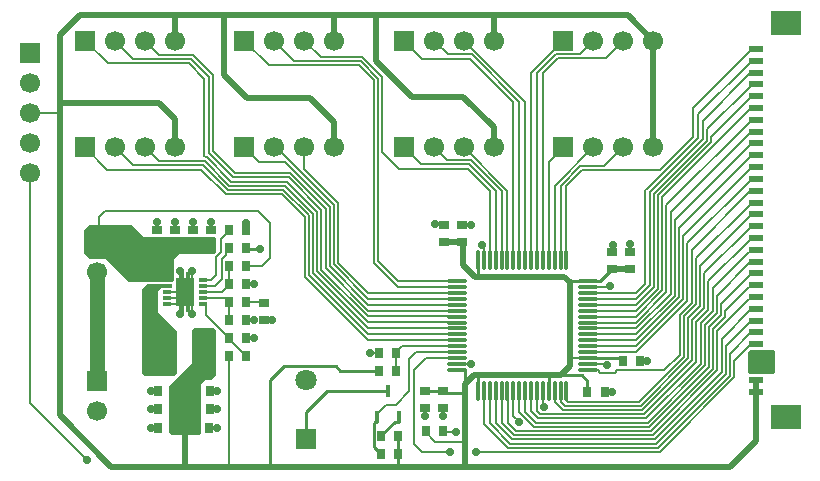
<source format=gtl>
G04*
G04 #@! TF.GenerationSoftware,Altium Limited,Altium Designer,24.0.1 (36)*
G04*
G04 Layer_Physical_Order=1*
G04 Layer_Color=191*
%FSLAX44Y44*%
%MOMM*%
G71*
G04*
G04 #@! TF.SameCoordinates,3FE1674D-11C2-4531-B8C6-FC8791136C40*
G04*
G04*
G04 #@! TF.FilePolarity,Positive*
G04*
G01*
G75*
%ADD10C,0.2540*%
%ADD12C,0.5080*%
%ADD15C,0.2032*%
%ADD19R,0.7500X0.8500*%
%ADD20R,0.4500X1.0000*%
%ADD21O,1.8000X0.3000*%
%ADD22O,0.3000X1.8000*%
%ADD23R,1.2500X0.5000*%
%ADD24R,2.5000X2.0000*%
%ADD25R,0.8000X0.3000*%
%ADD26R,1.5200X2.4000*%
%ADD27R,1.1000X3.7000*%
%ADD28R,0.8500X0.7500*%
%ADD45C,1.2700*%
%ADD46R,1.8000X1.8000*%
%ADD47C,1.8000*%
%ADD48C,1.7000*%
%ADD49R,1.7000X1.7000*%
%ADD50R,1.7000X1.7000*%
%ADD51C,0.7000*%
G36*
X591566Y561086D02*
X651256D01*
X652526Y559816D01*
Y548894D01*
X650494Y546862D01*
X621030Y546862D01*
X616483Y542315D01*
Y525297D01*
X614680Y523494D01*
X578358D01*
X558800Y543052D01*
X545084D01*
X540258Y547878D01*
Y567436D01*
X544322Y571500D01*
X581152D01*
X591566Y561086D01*
D02*
G37*
G36*
X629871Y526768D02*
X633471D01*
Y502768D01*
X629871D01*
Y497720D01*
X626871D01*
Y502768D01*
X624871D01*
Y497720D01*
X621871D01*
Y502768D01*
X618271D01*
Y523720D01*
X618271Y523720D01*
Y526768D01*
X621871D01*
Y531920D01*
X624871D01*
Y526768D01*
X626871D01*
Y531920D01*
X629871D01*
Y526768D01*
D02*
G37*
G36*
X1125728Y463804D02*
Y447294D01*
X1123696Y445262D01*
X1104392D01*
X1102360Y447294D01*
Y463296D01*
X1104392Y465328D01*
X1124204D01*
X1125728Y463804D01*
D02*
G37*
G36*
X615188Y521208D02*
Y518160D01*
X614934Y517906D01*
X605536D01*
X602996Y515366D01*
Y497586D01*
X619506Y481076D01*
Y446278D01*
X616966Y443738D01*
X592328D01*
X589788Y446278D01*
Y517652D01*
X593598Y521462D01*
X614934D01*
X615188Y521208D01*
D02*
G37*
G36*
X652018Y482346D02*
Y444246D01*
X647954Y440182D01*
X642874D01*
X639318Y436626D01*
Y395224D01*
X638048Y393954D01*
X614426D01*
X612394Y395986D01*
Y435610D01*
X631444Y454660D01*
X631444Y482600D01*
X633222Y484378D01*
X649986D01*
X652018Y482346D01*
D02*
G37*
D10*
X697992Y368554D02*
Y440382D01*
X709440Y451830D02*
X753440D01*
X697992Y440382D02*
X709440Y451830D01*
X696468Y367030D02*
X697992Y368554D01*
X757468Y447802D02*
X790056D01*
X753440Y451830D02*
X757468Y447802D01*
X789608Y380424D02*
X792088Y377944D01*
X785544Y383988D02*
Y403468D01*
Y383988D02*
X789108Y380424D01*
X789608D01*
X792088Y377444D02*
Y377944D01*
X788314Y405936D02*
Y408686D01*
X787334Y404956D02*
X788314Y405936D01*
X787032Y404956D02*
X787334D01*
X785544Y403468D02*
X787032Y404956D01*
X728218Y390036D02*
Y413258D01*
X746326Y431366D02*
X797814D01*
X728218Y413258D02*
X746326Y431366D01*
X792088Y393438D02*
X803606Y404956D01*
X806334D01*
X792088Y392938D02*
Y393438D01*
X806334Y404956D02*
X807314Y405936D01*
Y408686D01*
X806588Y367908D02*
X807466Y367030D01*
X806588Y367908D02*
Y377444D01*
Y378322D02*
Y392938D01*
X862372Y448910D02*
X862584Y448698D01*
X855852Y448910D02*
X862372D01*
X862584Y436782D02*
Y448698D01*
X873852Y530444D02*
Y541910D01*
X871220Y527812D02*
X873852Y530444D01*
X844550Y430784D02*
X845888Y429446D01*
X862584D01*
X873252Y444754D02*
X873852Y444154D01*
Y430656D02*
Y444154D01*
X951900Y523910D02*
X966852D01*
X951484Y523494D02*
X951900Y523910D01*
X943864Y444500D02*
X961644D01*
X933940Y430744D02*
Y444482D01*
X934212Y444754D01*
X829310Y430784D02*
X844550D01*
X966586Y429768D02*
Y439558D01*
X961644Y444500D02*
X966586Y439558D01*
X933852Y430656D02*
X933940Y430744D01*
X996558Y456184D02*
Y456430D01*
X994078Y458910D02*
X996558Y456430D01*
X966852Y458910D02*
X994078D01*
X977192Y523910D02*
X987306Y534024D01*
X966852Y523910D02*
X977192D01*
X987306Y534024D02*
X987806D01*
X598678Y516890D02*
X599976D01*
X602944Y519858D01*
X610857D01*
X678180Y551434D02*
X689356D01*
X677926Y551688D02*
X678180Y551434D01*
D12*
X696468Y367030D02*
X752602D01*
X663426D02*
X696468D01*
X807466D02*
X862584D01*
X799592D02*
X807466D01*
X752602D02*
X799592D01*
X520192Y666750D02*
Y674624D01*
Y410464D02*
Y666750D01*
Y410464D02*
X563626Y367030D01*
X625602D01*
X520192Y732726D02*
X536766Y749300D01*
X520192Y674624D02*
Y732726D01*
X536766Y749300D02*
X617220D01*
X862584Y436782D02*
X870556Y444754D01*
X862584Y388112D02*
Y429446D01*
Y367030D02*
Y388112D01*
X951484Y459740D02*
Y523494D01*
Y452374D02*
Y459740D01*
X861060Y537972D02*
Y557392D01*
X845312D02*
X860552D01*
X861060Y537972D02*
X871220Y527812D01*
X947166D01*
X862584Y367030D02*
X1087628D01*
X625602D02*
X663426D01*
X625602D02*
Y400050D01*
X1109218Y430550D02*
Y440550D01*
Y388620D02*
Y430550D01*
X1087628Y367030D02*
X1109218Y388620D01*
X520192Y674624D02*
X603504D01*
X862584Y429446D02*
Y436782D01*
X873252Y444754D02*
X934212D01*
X870556D02*
X873252D01*
X934212D02*
X943864D01*
X951484Y452374D01*
X947166Y527812D02*
X951484Y523494D01*
X987806Y534024D02*
X1003046D01*
X603504Y674624D02*
X617220Y660908D01*
Y637540D02*
Y660908D01*
X731774Y678942D02*
X752263Y658453D01*
X658622Y698500D02*
X678180Y678942D01*
X731774D01*
X658622Y698500D02*
Y749300D01*
X752602D01*
X617220D02*
X658622D01*
X752263Y637540D02*
Y658453D01*
X787908Y710692D02*
Y749300D01*
Y710692D02*
X818388Y680212D01*
X861568D01*
X887307Y654473D01*
X787908Y749300D02*
X889000D01*
X752602D02*
X787908D01*
X887307Y637540D02*
Y654473D01*
X1022350Y637540D02*
Y727710D01*
X889000Y749300D02*
X1000760D01*
X887307Y727710D02*
Y747607D01*
X889000Y749300D01*
X752263Y727710D02*
Y748961D01*
X752602Y749300D01*
X617220Y727710D02*
Y749300D01*
X1000760D02*
X1022350Y727710D01*
D15*
X992023Y448463D02*
X1031549D01*
X990136Y446576D02*
X992023Y448463D01*
X977371Y446576D02*
X990136D01*
X975520Y448426D02*
X977371Y446576D01*
X966852Y448910D02*
X974614D01*
X975098Y448426D02*
X975520D01*
X974614Y448910D02*
X975098Y448426D01*
X806357Y524095D02*
X855667D01*
X789802Y463550D02*
X790056Y463296D01*
X782828Y463550D02*
X789802D01*
X788314Y411436D02*
X795724Y418846D01*
X796290Y419354D02*
X804164D01*
X795782Y418846D02*
X796290Y419354D01*
X795724Y418846D02*
X795782D01*
X788314Y408686D02*
Y411436D01*
X804164Y419354D02*
X815594Y430784D01*
Y458470D01*
X820166Y386334D02*
X826770Y379730D01*
X820166Y386334D02*
Y448818D01*
X830258Y458910D02*
X855852D01*
X820166Y448818D02*
X830258Y458910D01*
X821034Y463910D02*
X855852D01*
X815594Y458470D02*
X821034Y463910D01*
X804556Y447802D02*
Y463296D01*
X809670Y468910D02*
X855852D01*
X804556Y463796D02*
X809670Y468910D01*
X804556Y463296D02*
Y463796D01*
X799592Y367030D02*
X800492Y367930D01*
X494284Y666750D02*
X520192D01*
X494284Y421132D02*
X542544Y372872D01*
X494284Y421132D02*
Y615950D01*
X752464Y367168D02*
X752602Y367030D01*
X829680Y396248D02*
X837816Y388112D01*
X829680Y396248D02*
Y396748D01*
X837816Y388112D02*
X862584D01*
X844180Y396748D02*
X844688Y396240D01*
X855020D01*
X908304Y405130D02*
Y405486D01*
X903852Y409938D02*
Y430656D01*
Y409938D02*
X908304Y405486D01*
X1031549Y448463D02*
X1044702Y461616D01*
X966852Y453910D02*
X980342D01*
X981636Y452616D01*
X982980D01*
X951484Y459740D02*
X952314Y458910D01*
X966852D01*
X984665Y519095D02*
X985520Y519950D01*
X966852Y518910D02*
X967037Y519095D01*
X984665D01*
X1003046Y548524D02*
Y555752D01*
X987806Y548524D02*
X988060Y548778D01*
Y554990D01*
X726863Y618674D02*
Y637540D01*
Y618674D02*
X755650Y589887D01*
X676063Y637540D02*
X688509Y625094D01*
X710386D01*
X748538Y586942D01*
X701463Y637540D02*
X702969D01*
X752094Y588414D01*
X789178Y541274D02*
Y695503D01*
X806411Y518910D02*
X855852D01*
X785622Y539699D02*
Y694030D01*
X789178Y541274D02*
X806357Y524095D01*
X785622Y539699D02*
X806411Y518910D01*
X642366Y630348D02*
Y695554D01*
X755650Y539595D02*
X781150Y514095D01*
X752094Y538122D02*
X781121Y509095D01*
X781005Y489095D02*
X855667D01*
X734314Y530758D02*
X780977Y484095D01*
X667918Y615442D02*
X715009D01*
X663499Y604774D02*
X710590D01*
X643556Y629158D02*
X644144D01*
X744982Y535177D02*
Y585469D01*
X713536Y611886D02*
X741426Y583996D01*
Y533704D02*
X781034Y494095D01*
X780948Y479095D02*
X855667D01*
X737870Y532231D02*
X781005Y489095D01*
X748538Y536650D02*
X781092Y504095D01*
X603758Y625602D02*
X642671D01*
X752094Y538122D02*
Y588414D01*
X641198Y622046D02*
X662026Y601218D01*
X649478Y633882D02*
Y698500D01*
X748538Y536650D02*
Y586942D01*
X781092Y504095D02*
X855667D01*
X645922Y632409D02*
X666445Y611886D01*
X664972Y608330D02*
X712063D01*
X662026Y601218D02*
X709117D01*
X666445Y611886D02*
X713536D01*
X649478Y633882D02*
X667918Y615442D01*
X781034Y494095D02*
X855667D01*
X734314Y530758D02*
Y581050D01*
X710590Y604774D02*
X734314Y581050D01*
X644144Y629158D02*
X664972Y608330D01*
X642671Y625602D02*
X663499Y604774D01*
X712063Y608330D02*
X737870Y582523D01*
X755650Y539595D02*
Y589887D01*
X730758Y529285D02*
Y579577D01*
X737870Y532231D02*
Y582523D01*
X781063Y499095D02*
X855667D01*
X730758Y529285D02*
X780948Y479095D01*
X781121Y509095D02*
X851786D01*
X642366Y630348D02*
X643556Y629158D01*
X709117Y601218D02*
X730758Y579577D01*
X645922Y632409D02*
Y697027D01*
X781150Y514095D02*
X855667D01*
X741426Y533704D02*
Y583996D01*
X715009Y615442D02*
X744982Y585469D01*
Y535177D02*
X781063Y499095D01*
X780977Y484095D02*
X855667D01*
X581914Y622046D02*
X641198D01*
X660553Y597662D02*
X707644D01*
X780919Y474095D02*
X855667D01*
X727202Y527812D02*
X780919Y474095D01*
X727202Y527812D02*
Y578104D01*
X707644Y597662D02*
X727202Y578104D01*
X837946Y572008D02*
X845196D01*
X845312Y571892D01*
X860552D02*
X860944Y571500D01*
X868172D01*
X621871Y526768D02*
Y532980D01*
X631671Y526768D02*
Y532980D01*
X621871Y496556D02*
Y502768D01*
X631671Y496556D02*
Y502768D01*
X602234Y567574D02*
Y573786D01*
X617474Y567574D02*
Y573786D01*
X632968Y567574D02*
Y573786D01*
X648208Y567574D02*
Y573786D01*
X677926Y566928D02*
Y573140D01*
X677926Y521208D02*
X684138D01*
X693166Y491098D02*
X699378D01*
X677926Y490728D02*
X684138D01*
X677926Y475488D02*
X684138D01*
X646706Y431038D02*
X652918D01*
X646706Y415798D02*
X652918D01*
X646568Y400050D02*
X652780D01*
X596900D02*
X603112D01*
X596784Y415798D02*
X602996D01*
X596784Y431038D02*
X602996D01*
X878667Y542095D02*
Y552370D01*
X877709Y553327D02*
X878667Y552370D01*
X877709Y553327D02*
Y554672D01*
X878667Y542095D02*
X878852Y541910D01*
X868166Y453904D02*
X868172Y453898D01*
X855852Y453910D02*
X855858Y453904D01*
X868166D01*
X829310Y410072D02*
Y416284D01*
X844550Y410072D02*
Y416284D01*
X826770Y379730D02*
X850646D01*
X1044702Y461616D02*
Y495605D01*
X1083310Y493827D02*
Y499110D01*
X1103266Y519066D01*
X1107734D02*
X1109218Y520550D01*
X1103266Y519066D02*
X1107734D01*
X1103578Y509066D02*
X1107734D01*
X1076706Y482194D02*
X1103578Y509066D01*
X1076706Y448360D02*
Y482194D01*
X1073150Y449833D02*
Y483667D01*
X1083310Y493827D01*
X1079754Y495300D02*
Y504698D01*
X1069594Y451306D02*
Y485140D01*
X1079754Y495300D01*
X1066038Y486768D02*
X1076198Y496928D01*
Y511556D01*
X1066038Y452778D02*
Y486768D01*
X1062482Y488241D02*
X1072642Y498400D01*
Y517906D01*
X1062482Y454251D02*
Y488241D01*
X1058926Y455724D02*
Y489713D01*
X1069086Y499873D01*
Y524256D01*
X1055370Y457197D02*
Y491186D01*
X1065530Y501346D01*
Y530606D01*
X1051814Y492659D02*
X1061974Y502819D01*
X1051814Y458670D02*
Y492659D01*
X1061974Y502819D02*
Y536956D01*
X1044702Y495605D02*
X1054862Y505765D01*
X1048258Y494132D02*
X1058418Y504292D01*
Y543306D01*
X1048258Y460143D02*
Y494132D01*
X1054862Y505765D02*
Y550164D01*
X1016061Y407831D02*
X1062482Y454251D01*
X926685Y411387D02*
X1014588D01*
X947564Y418499D02*
X1011643D01*
X1017534Y404275D02*
X1066038Y452778D01*
X1019007Y400719D02*
X1069594Y451306D01*
X904587Y393607D02*
X1021953D01*
X1010170Y422055D02*
X1048258Y460143D01*
X1024899Y386495D02*
X1083818Y445414D01*
Y468900D01*
X1023426Y390051D02*
X1080262Y446887D01*
X1026372Y382939D02*
X1087374Y443941D01*
X1020480Y397163D02*
X1073150Y449833D01*
X906111Y397163D02*
X1020480D01*
X923383Y404275D02*
X1017534D01*
X950215Y422055D02*
X1010170D01*
X899253Y382939D02*
X1026372D01*
X902809Y390051D02*
X1023426D01*
X1013116Y414943D02*
X1055370Y457197D01*
X901285Y386495D02*
X1024899D01*
X1087374Y443941D02*
Y462456D01*
X1027845Y379383D02*
X1090930Y442468D01*
X872329Y379383D02*
X1027845D01*
X1021953Y393607D02*
X1076706Y448360D01*
X945989Y414943D02*
X1013116D01*
X1014588Y411387D02*
X1058926Y455724D01*
X924907Y407831D02*
X1016061D01*
X1090930Y442468D02*
Y456012D01*
X921351Y400719D02*
X1019007D01*
X1080262Y446887D02*
Y475344D01*
X1011643Y418499D02*
X1051814Y458670D01*
X1080262Y475344D02*
X1105468Y500550D01*
X1083818Y468900D02*
X1105468Y490550D01*
X1090930Y456012D02*
X1105468Y470550D01*
X1087374Y462456D02*
X1105468Y480550D01*
Y490550D02*
X1109218D01*
X1105468Y470550D02*
X1109218D01*
X872236Y379476D02*
X872329Y379383D01*
X663426Y367030D02*
Y460248D01*
X928852Y430656D02*
X929037Y430471D01*
Y420219D02*
Y430471D01*
Y420219D02*
X930077Y419179D01*
Y417835D02*
Y419179D01*
X924037Y414035D02*
X926685Y411387D01*
X914037Y413621D02*
Y430471D01*
X909037Y413033D02*
X921351Y400719D01*
X924037Y414035D02*
Y430471D01*
X919037Y413701D02*
X924907Y407831D01*
X909037Y413033D02*
Y430471D01*
X914037Y413621D02*
X923383Y404275D01*
X919037Y413701D02*
Y430471D01*
X889037Y403823D02*
X902809Y390051D01*
X889037Y403823D02*
Y430471D01*
X894037Y404157D02*
Y430471D01*
X884037Y403743D02*
Y430471D01*
Y403743D02*
X901285Y386495D01*
X899037Y404237D02*
Y430471D01*
X894037Y404157D02*
X904587Y393607D01*
X899037Y404237D02*
X906111Y397163D01*
X879018Y403174D02*
Y430490D01*
Y403174D02*
X899253Y382939D01*
X878852Y430656D02*
X879018Y430490D01*
X981086Y429768D02*
X987298D01*
X1011058Y456184D02*
X1017270D01*
X551180Y557530D02*
X552958Y559308D01*
Y578358D01*
X557784Y583184D01*
X687832D01*
X697992Y543560D02*
Y573024D01*
X687832Y583184D02*
X697992Y573024D01*
X690880Y536448D02*
X697992Y543560D01*
X677926Y536448D02*
X690880D01*
X652272Y529590D02*
Y544132D01*
X656590Y548450D02*
Y559592D01*
X652272Y544132D02*
X656590Y548450D01*
X640855Y524857D02*
X647539D01*
X652272Y529590D01*
X660692Y546340D02*
Y548954D01*
X657098Y542746D02*
X660692Y546340D01*
X657098Y525526D02*
Y542746D01*
X660692Y548954D02*
X663426Y551688D01*
X656590Y559592D02*
X663426Y566428D01*
Y566928D01*
X640855Y519858D02*
X651430D01*
X657098Y525526D01*
X663426Y521208D02*
Y536448D01*
X657075Y514857D02*
X660192Y517974D01*
X640855Y514857D02*
X657075D01*
X663426Y520708D02*
Y521208D01*
X660692Y517974D02*
X663426Y520708D01*
X660192Y517974D02*
X660692D01*
X677926Y505968D02*
X692796D01*
X693166Y505598D01*
X663426Y490728D02*
Y505968D01*
X660036Y509858D02*
X663426Y506468D01*
Y505968D02*
Y506468D01*
X640855Y509858D02*
X660036D01*
X643839Y495075D02*
X660192Y478722D01*
X643839Y495075D02*
Y504373D01*
X660192Y478722D02*
X660692D01*
X663426Y475988D01*
Y474988D02*
Y475988D01*
X643355Y504857D02*
X643839Y504373D01*
X640855Y504857D02*
X643355D01*
X674932Y463482D02*
X675192D01*
X677926Y460748D01*
Y460248D02*
Y460748D01*
X663426Y474988D02*
X674932Y463482D01*
X610857Y504857D02*
X623475D01*
X623824Y505206D01*
X622982Y509858D02*
X623062Y509778D01*
X610857Y509858D02*
X622982D01*
X610857Y514857D02*
X625095D01*
X625348Y514604D01*
X855667Y514095D02*
X855852Y513910D01*
X851786Y509095D02*
X851971Y508910D01*
X855667Y504095D02*
X855852Y503910D01*
X855667Y499095D02*
X855852Y498910D01*
X855667Y494095D02*
X855852Y493910D01*
X855667Y489095D02*
X855852Y488910D01*
X855667Y484095D02*
X855852Y483910D01*
X855667Y479095D02*
X855852Y478910D01*
X855667Y474095D02*
X855852Y473910D01*
X639725Y618490D02*
X660553Y597662D01*
X566420Y637540D02*
X581914Y622046D01*
X560070Y618490D02*
X639725D01*
X541020Y637540D02*
X560070Y618490D01*
X591820Y637540D02*
X603758Y625602D01*
X582168Y711962D02*
X630987D01*
X560324Y708406D02*
X629514D01*
X632460Y715518D02*
X649478Y698500D01*
X629514Y708406D02*
X642366Y695554D01*
X604012Y715518D02*
X632460D01*
X630987Y711962D02*
X645922Y697027D01*
X541020Y727710D02*
X560324Y708406D01*
X566420Y727710D02*
X582168Y711962D01*
X591820Y727710D02*
X604012Y715518D01*
X811107Y727710D02*
X826347Y712470D01*
X867089D01*
X676063Y727710D02*
X697145Y706628D01*
X773024D01*
X785622Y694030D01*
X718363Y710184D02*
X774497D01*
X701463Y727084D02*
X718363Y710184D01*
X774497D02*
X789178Y695503D01*
X775970Y713740D02*
X792734Y696976D01*
X740833Y713740D02*
X775970D01*
X792734Y633222D02*
Y696976D01*
X726863Y727710D02*
X740833Y713740D01*
X792734Y633222D02*
X806704Y619252D01*
X865108D01*
X883852Y600508D01*
Y541910D02*
Y600508D01*
X939037Y421895D02*
X945989Y414943D01*
X1079754Y504698D02*
X1103984Y528928D01*
X1069086Y524256D02*
X1103896Y559066D01*
X1065530Y530606D02*
X1103984Y569060D01*
X1061974Y536956D02*
X1103984Y578966D01*
X1076198Y511556D02*
X1103708Y539066D01*
X1072642Y517906D02*
X1103802Y549066D01*
X948852Y423418D02*
X950215Y422055D01*
X944037Y422026D02*
X947564Y418499D01*
X948852Y423418D02*
Y430656D01*
X908852Y541910D02*
Y675736D01*
X868562Y716026D02*
X908852Y675736D01*
X825839Y622808D02*
X866581D01*
X811107Y637540D02*
X825839Y622808D01*
X866581D02*
X888852Y600537D01*
Y541910D02*
Y600537D01*
X868054Y626364D02*
X893852Y600566D01*
X847683Y626364D02*
X868054D01*
X836507Y637540D02*
X847683Y626364D01*
X893852Y541910D02*
Y600566D01*
X861907Y637540D02*
X898852Y600595D01*
Y541910D02*
Y600595D01*
X928852Y541910D02*
Y700354D01*
X941476Y712978D02*
X982218D01*
X928852Y700354D02*
X941476Y712978D01*
X923852Y541910D02*
Y700383D01*
X940003Y716534D02*
X960374D01*
X923852Y700383D02*
X940003Y716534D01*
X982218Y712978D02*
X996950Y727710D01*
X960374Y716534D02*
X971550Y727710D01*
X918852Y700412D02*
X946150Y727710D01*
X918852Y541910D02*
Y700412D01*
X867089Y712470D02*
X903852Y675707D01*
X836507Y727710D02*
X848191Y716026D01*
X868562D01*
X903852Y541910D02*
Y675707D01*
X913852Y541910D02*
Y675765D01*
X861907Y727710D02*
X913852Y675765D01*
X943852Y604813D02*
X960577Y621538D01*
X943852Y541910D02*
Y604813D01*
X962050Y617982D02*
X1027756D01*
X948852Y541910D02*
Y604784D01*
X962050Y617982D01*
X960577Y621538D02*
X980948D01*
X938852Y541910D02*
Y604842D01*
X971550Y637540D01*
X1027756Y617982D02*
X1056032Y646258D01*
X980948Y621538D02*
X996950Y637540D01*
X933852Y541910D02*
Y625242D01*
X946150Y637540D01*
X1056032Y646258D02*
Y670968D01*
X966852Y513910D02*
X1007689D01*
X1015746Y521967D01*
X939037Y421895D02*
Y430471D01*
X938852Y430656D02*
X939037Y430471D01*
X943852Y430656D02*
X944037Y430471D01*
Y422026D02*
Y430471D01*
X1017234Y602431D02*
Y602431D01*
X1060350Y645547D01*
X1015746Y521967D02*
Y600943D01*
X1017234Y602431D01*
X1019302Y520494D02*
Y599471D01*
X966852Y508910D02*
X1007718D01*
X1019302Y520494D01*
X966852Y503910D02*
X1007747D01*
X1022858Y519021D02*
Y597998D01*
X1007747Y503910D02*
X1022858Y519021D01*
X1026414Y517548D02*
Y596525D01*
X1007776Y498910D02*
X1026414Y517548D01*
X966852Y498910D02*
X1007776D01*
X1007804Y493910D02*
X1029970Y516076D01*
X966852Y493910D02*
X1007804D01*
X1029970Y516076D02*
Y595052D01*
X966852Y488910D02*
X1007833D01*
X1033526Y514603D02*
Y588518D01*
X1007833Y488910D02*
X1033526Y514603D01*
X966852Y483910D02*
X1007862D01*
X1037082Y513130D01*
Y582164D01*
X985061Y478856D02*
X1007837D01*
X1040638Y511657D02*
Y575818D01*
X1007837Y478856D02*
X1040638Y511657D01*
X1044194Y510184D02*
Y568960D01*
X966852Y473910D02*
X1007920D01*
X1044194Y510184D01*
X966852Y468910D02*
X1007949D01*
X1047750Y508711D01*
Y562356D01*
X1051306Y507238D02*
Y556514D01*
X1007978Y463910D02*
X1051306Y507238D01*
X966852Y463910D02*
X1007978D01*
X985007Y478910D02*
X985061Y478856D01*
X966852Y478910D02*
X985007D01*
X883852Y430656D02*
X884037Y430471D01*
X888852Y430656D02*
X889037Y430471D01*
X893852Y430656D02*
X894037Y430471D01*
X908852Y430656D02*
X909037Y430471D01*
X913852Y430656D02*
X914037Y430471D01*
X918852Y430656D02*
X919037Y430471D01*
X923852Y430656D02*
X924037Y430471D01*
X898852Y430656D02*
X899037Y430471D01*
X701463Y727084D02*
Y727710D01*
X885444Y637540D02*
X887307D01*
X884682Y636778D02*
X885444Y637540D01*
X1019302Y599471D02*
X1064260Y644429D01*
X1026414Y596525D02*
X1071372Y641483D01*
X1033526Y588518D02*
X1103984Y658976D01*
X1022858Y597998D02*
X1067816Y642956D01*
X1029970Y595052D02*
X1074928Y640010D01*
X903852Y430656D02*
X904037Y430471D01*
X1105468Y720550D02*
X1109218D01*
X1103984Y719066D02*
X1105468Y720550D01*
X1103984Y718920D02*
Y719066D01*
X1056032Y670968D02*
X1103984Y718920D01*
X1105468Y710550D02*
X1109218D01*
X1103984Y709066D02*
X1105468Y710550D01*
X1103984Y709014D02*
Y709066D01*
X1060350Y665380D02*
X1103984Y709014D01*
X1060350Y645547D02*
Y665380D01*
X1107734Y699066D02*
X1109218Y700550D01*
X1103688Y699066D02*
X1107734D01*
X1064260Y659638D02*
X1103688Y699066D01*
X1064260Y644429D02*
Y659638D01*
X1105468Y690550D02*
X1109218D01*
X1103984Y688694D02*
Y689066D01*
X1067816Y652526D02*
X1103984Y688694D01*
X1067816Y642956D02*
Y652526D01*
X1103984Y689066D02*
X1105468Y690550D01*
Y680550D02*
X1109218D01*
X1103984Y679066D02*
X1105468Y680550D01*
X1071372Y646176D02*
X1103984Y678788D01*
X1071372Y641483D02*
Y646176D01*
X1103984Y678788D02*
Y679066D01*
X1074928Y640010D02*
Y640010D01*
X1105468Y670550D01*
X1109218D01*
X1105468Y660550D02*
X1109218D01*
X1103984Y659066D02*
X1105468Y660550D01*
X1103984Y658976D02*
Y659066D01*
X1037082Y582164D02*
X1105468Y650550D01*
X1107734Y639066D02*
X1109218Y640550D01*
X1103886Y639066D02*
X1107734D01*
X1040638Y575818D02*
X1103886Y639066D01*
X1105468Y630550D02*
X1109218D01*
X1103984Y629066D02*
X1105468Y630550D01*
X1103984Y628750D02*
Y629066D01*
X1044194Y568960D02*
X1103984Y628750D01*
Y619066D02*
X1105468Y620550D01*
X1109218D01*
X1103984Y618590D02*
Y619066D01*
X1047750Y562356D02*
X1103984Y618590D01*
X1107734Y609066D02*
X1109218Y610550D01*
X1051306Y556514D02*
X1103858Y609066D01*
X1107734D01*
X1054862Y550164D02*
X1103764Y599066D01*
X1107734D01*
X1103984Y589066D02*
X1105468Y590550D01*
X1109218D01*
X1103984Y588872D02*
Y589066D01*
X1058418Y543306D02*
X1103984Y588872D01*
X1105468Y580550D02*
X1109218D01*
X1103984Y579066D02*
X1105468Y580550D01*
X1103984Y578966D02*
Y579066D01*
Y569066D02*
X1105468Y570550D01*
X1109218D01*
X1103984Y569060D02*
Y569066D01*
X1107734Y559066D02*
X1109218Y560550D01*
X1103896Y559066D02*
X1107734D01*
Y549066D02*
X1109218Y550550D01*
X1103802Y549066D02*
X1107734D01*
Y539066D02*
X1109218Y540550D01*
X1103708Y539066D02*
X1107734D01*
X1103984Y529066D02*
X1105468Y530550D01*
X1109218D01*
X1103984Y528928D02*
Y529066D01*
X1107734Y509066D02*
X1109218Y510550D01*
X1105468Y480550D02*
X1109218D01*
X1105468Y500550D02*
X1109218D01*
X1107734Y599066D02*
X1109218Y600550D01*
X1105468Y650550D02*
X1109218D01*
D19*
X792088Y392938D02*
D03*
X806588D02*
D03*
X792088Y377444D02*
D03*
X806588D02*
D03*
X804556Y447802D02*
D03*
X790056D02*
D03*
X804556Y463296D02*
D03*
X790056D02*
D03*
X844180Y396748D02*
D03*
X829680D02*
D03*
X646568Y400050D02*
D03*
X632068D02*
D03*
X981086Y429768D02*
D03*
X966586D02*
D03*
X663426Y460248D02*
D03*
X677926D02*
D03*
X677926Y551688D02*
D03*
X663426D02*
D03*
X677926Y536448D02*
D03*
X663426D02*
D03*
X646706Y415798D02*
D03*
X632206D02*
D03*
X646706Y431038D02*
D03*
X632206D02*
D03*
X602996Y415798D02*
D03*
X617496D02*
D03*
X602996Y431038D02*
D03*
X617496D02*
D03*
X663426Y505968D02*
D03*
X677926D02*
D03*
X663426Y566928D02*
D03*
X677926D02*
D03*
X663426Y521208D02*
D03*
X677926D02*
D03*
X663426Y475488D02*
D03*
X677926D02*
D03*
Y490728D02*
D03*
X663426D02*
D03*
X617612Y400050D02*
D03*
X603112D02*
D03*
X996558Y456184D02*
D03*
X1011058D02*
D03*
D20*
X797814Y431366D02*
D03*
X807314Y408686D02*
D03*
X788314D02*
D03*
D21*
X855852Y448910D02*
D03*
Y453910D02*
D03*
Y458910D02*
D03*
Y463910D02*
D03*
Y468910D02*
D03*
Y473910D02*
D03*
X855852Y478910D02*
D03*
Y483910D02*
D03*
X855852Y488910D02*
D03*
Y493910D02*
D03*
Y498910D02*
D03*
Y503910D02*
D03*
Y508910D02*
D03*
X855852Y513910D02*
D03*
Y518910D02*
D03*
X855852Y523910D02*
D03*
X966852Y523910D02*
D03*
Y518910D02*
D03*
Y513910D02*
D03*
Y508910D02*
D03*
Y503910D02*
D03*
Y498910D02*
D03*
Y493910D02*
D03*
Y488910D02*
D03*
Y483910D02*
D03*
Y478910D02*
D03*
Y473910D02*
D03*
X966852Y468910D02*
D03*
Y463910D02*
D03*
X966852Y458910D02*
D03*
Y453910D02*
D03*
Y448910D02*
D03*
D22*
X873852Y541910D02*
D03*
X878852Y541910D02*
D03*
X883852D02*
D03*
X888852Y541910D02*
D03*
X893852D02*
D03*
X898852D02*
D03*
X903852D02*
D03*
X908852D02*
D03*
X913852Y541910D02*
D03*
X918852D02*
D03*
X923852D02*
D03*
X928852Y541910D02*
D03*
X933852D02*
D03*
X938852D02*
D03*
X943852D02*
D03*
X948852D02*
D03*
Y430656D02*
D03*
X943852D02*
D03*
X938852D02*
D03*
X933852D02*
D03*
X928852D02*
D03*
X923852D02*
D03*
X918852D02*
D03*
X913852D02*
D03*
X908852D02*
D03*
X903852D02*
D03*
X898852D02*
D03*
X893852D02*
D03*
X888852D02*
D03*
X883852D02*
D03*
X878852D02*
D03*
X873852D02*
D03*
D23*
X1109218Y700550D02*
D03*
Y690550D02*
D03*
Y660550D02*
D03*
Y640550D02*
D03*
Y610550D02*
D03*
Y600550D02*
D03*
Y590550D02*
D03*
Y580550D02*
D03*
Y540550D02*
D03*
Y530550D02*
D03*
Y550550D02*
D03*
Y560550D02*
D03*
Y520550D02*
D03*
Y510550D02*
D03*
Y500550D02*
D03*
Y490550D02*
D03*
Y480550D02*
D03*
Y470550D02*
D03*
Y460550D02*
D03*
Y450550D02*
D03*
Y440550D02*
D03*
Y430550D02*
D03*
Y570550D02*
D03*
Y620550D02*
D03*
Y630550D02*
D03*
Y650550D02*
D03*
Y670550D02*
D03*
Y680550D02*
D03*
Y710550D02*
D03*
Y720550D02*
D03*
D24*
X1134968Y742450D02*
D03*
Y408650D02*
D03*
D25*
X610857Y524857D02*
D03*
Y519858D02*
D03*
Y514857D02*
D03*
Y509858D02*
D03*
Y504857D02*
D03*
X640855D02*
D03*
Y509858D02*
D03*
Y514857D02*
D03*
Y524857D02*
D03*
Y519858D02*
D03*
D26*
X625871Y514768D02*
D03*
D27*
X640856Y464058D02*
D03*
X610856D02*
D03*
D28*
X602234Y567574D02*
D03*
Y553074D02*
D03*
X617474Y567574D02*
D03*
Y553074D02*
D03*
X648208Y567574D02*
D03*
Y553074D02*
D03*
X632968Y567574D02*
D03*
Y553074D02*
D03*
X693166Y491098D02*
D03*
Y505598D02*
D03*
X829310Y430784D02*
D03*
Y416284D02*
D03*
X844550Y430784D02*
D03*
Y416284D02*
D03*
X845312Y571892D02*
D03*
Y557392D02*
D03*
X860552Y571892D02*
D03*
Y557392D02*
D03*
X987806Y548524D02*
D03*
Y534024D02*
D03*
X1003046Y548524D02*
D03*
Y534024D02*
D03*
D45*
X551180Y439420D02*
Y532130D01*
D46*
X728218Y390036D02*
D03*
D47*
Y440036D02*
D03*
D48*
X494284Y615950D02*
D03*
Y641350D02*
D03*
Y666750D02*
D03*
Y692150D02*
D03*
X617220Y637540D02*
D03*
X591820D02*
D03*
X566420D02*
D03*
X1022350D02*
D03*
X996950D02*
D03*
X971550D02*
D03*
X551180Y532130D02*
D03*
X617220Y727710D02*
D03*
X591820D02*
D03*
X566420D02*
D03*
X1022350D02*
D03*
X996950D02*
D03*
X971550D02*
D03*
X887307Y637540D02*
D03*
X861907D02*
D03*
X836507D02*
D03*
X887307Y727710D02*
D03*
X861907D02*
D03*
X836507D02*
D03*
X752263Y637540D02*
D03*
X726863D02*
D03*
X701463D02*
D03*
X752263Y727710D02*
D03*
X726863D02*
D03*
X701463D02*
D03*
X551180Y414020D02*
D03*
D49*
X494284Y717550D02*
D03*
X541020Y637540D02*
D03*
X946150D02*
D03*
X541020Y727710D02*
D03*
X946150D02*
D03*
X811107Y637540D02*
D03*
Y727710D02*
D03*
X676063Y637540D02*
D03*
Y727710D02*
D03*
D50*
X551180Y557530D02*
D03*
Y439420D02*
D03*
D51*
X782828Y463550D02*
D03*
X542544Y372872D02*
D03*
X855020Y396240D02*
D03*
X908304Y405130D02*
D03*
X982980Y452616D02*
D03*
X985520Y519950D02*
D03*
X1003046Y555752D02*
D03*
X988060Y554990D02*
D03*
X837946Y572008D02*
D03*
X868172Y571500D02*
D03*
X629666Y506476D02*
D03*
X622046Y506730D02*
D03*
X621792Y523240D02*
D03*
X629666Y522986D02*
D03*
X625871Y514768D02*
D03*
X621871Y532980D02*
D03*
X631671D02*
D03*
X621871Y496556D02*
D03*
X631671D02*
D03*
X602234Y573786D02*
D03*
X617474D02*
D03*
X632968D02*
D03*
X648208D02*
D03*
X677926Y573140D02*
D03*
X684138Y521208D02*
D03*
X699378Y491098D02*
D03*
X684138Y490728D02*
D03*
Y475488D02*
D03*
X652918Y431038D02*
D03*
Y415798D02*
D03*
X652780Y400050D02*
D03*
X596900D02*
D03*
X596784Y415798D02*
D03*
Y431038D02*
D03*
X877709Y554672D02*
D03*
X868172Y453898D02*
D03*
X829310Y410072D02*
D03*
X844550D02*
D03*
X850646Y379730D02*
D03*
X872236Y379476D02*
D03*
X930077Y417835D02*
D03*
X987298Y429768D02*
D03*
X1017270Y456184D02*
D03*
X1119886Y450596D02*
D03*
Y460502D02*
D03*
X598678Y516890D02*
D03*
X689356Y551434D02*
D03*
M02*

</source>
